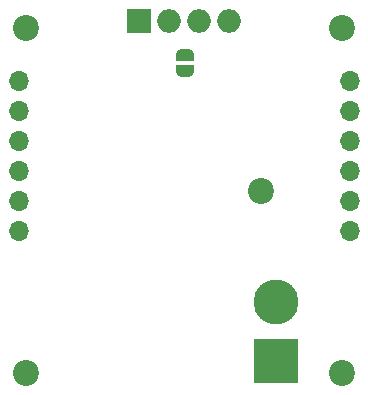
<source format=gbs>
G04 #@! TF.GenerationSoftware,KiCad,Pcbnew,7.0.1*
G04 #@! TF.CreationDate,2023-08-13T10:25:55+02:00*
G04 #@! TF.ProjectId,voltmeter,766f6c74-6d65-4746-9572-2e6b69636164,3*
G04 #@! TF.SameCoordinates,Original*
G04 #@! TF.FileFunction,Soldermask,Bot*
G04 #@! TF.FilePolarity,Negative*
%FSLAX46Y46*%
G04 Gerber Fmt 4.6, Leading zero omitted, Abs format (unit mm)*
G04 Created by KiCad (PCBNEW 7.0.1) date 2023-08-13 10:25:55*
%MOMM*%
%LPD*%
G01*
G04 APERTURE LIST*
G04 Aperture macros list*
%AMFreePoly0*
4,1,19,0.500000,-0.750000,0.000000,-0.750000,0.000000,-0.744911,-0.071157,-0.744911,-0.207708,-0.704816,-0.327430,-0.627875,-0.420627,-0.520320,-0.479746,-0.390866,-0.500000,-0.250000,-0.500000,0.250000,-0.479746,0.390866,-0.420627,0.520320,-0.327430,0.627875,-0.207708,0.704816,-0.071157,0.744911,0.000000,0.744911,0.000000,0.750000,0.500000,0.750000,0.500000,-0.750000,0.500000,-0.750000,
$1*%
%AMFreePoly1*
4,1,19,0.000000,0.744911,0.071157,0.744911,0.207708,0.704816,0.327430,0.627875,0.420627,0.520320,0.479746,0.390866,0.500000,0.250000,0.500000,-0.250000,0.479746,-0.390866,0.420627,-0.520320,0.327430,-0.627875,0.207708,-0.704816,0.071157,-0.744911,0.000000,-0.744911,0.000000,-0.750000,-0.500000,-0.750000,-0.500000,0.750000,0.000000,0.750000,0.000000,0.744911,0.000000,0.744911,
$1*%
G04 Aperture macros list end*
%ADD10R,3.800000X3.800000*%
%ADD11C,3.800000*%
%ADD12C,2.200000*%
%ADD13R,2.000000X2.000000*%
%ADD14O,2.000000X2.000000*%
%ADD15O,1.700000X1.700000*%
%ADD16FreePoly0,270.000000*%
%ADD17FreePoly1,270.000000*%
G04 APERTURE END LIST*
D10*
X106450000Y-80275000D03*
D11*
X106450000Y-75275000D03*
D12*
X112000000Y-81225000D03*
X85300000Y-52075000D03*
X105150000Y-65887500D03*
D13*
X94840000Y-51425000D03*
D14*
X97380000Y-51425000D03*
D15*
X84650000Y-56505000D03*
X84650000Y-59045000D03*
X84650000Y-61585000D03*
X84650000Y-64125000D03*
X84650000Y-66665000D03*
X84650000Y-69205000D03*
X112650000Y-69205000D03*
X112650000Y-66665000D03*
X112650000Y-64125000D03*
X112650000Y-61585000D03*
X112650000Y-59045000D03*
X112650000Y-56505000D03*
D14*
X99920000Y-51425000D03*
X102460000Y-51425000D03*
D12*
X85300000Y-81225000D03*
X112000000Y-52075000D03*
D16*
X98700000Y-54350000D03*
D17*
X98700000Y-55650000D03*
M02*

</source>
